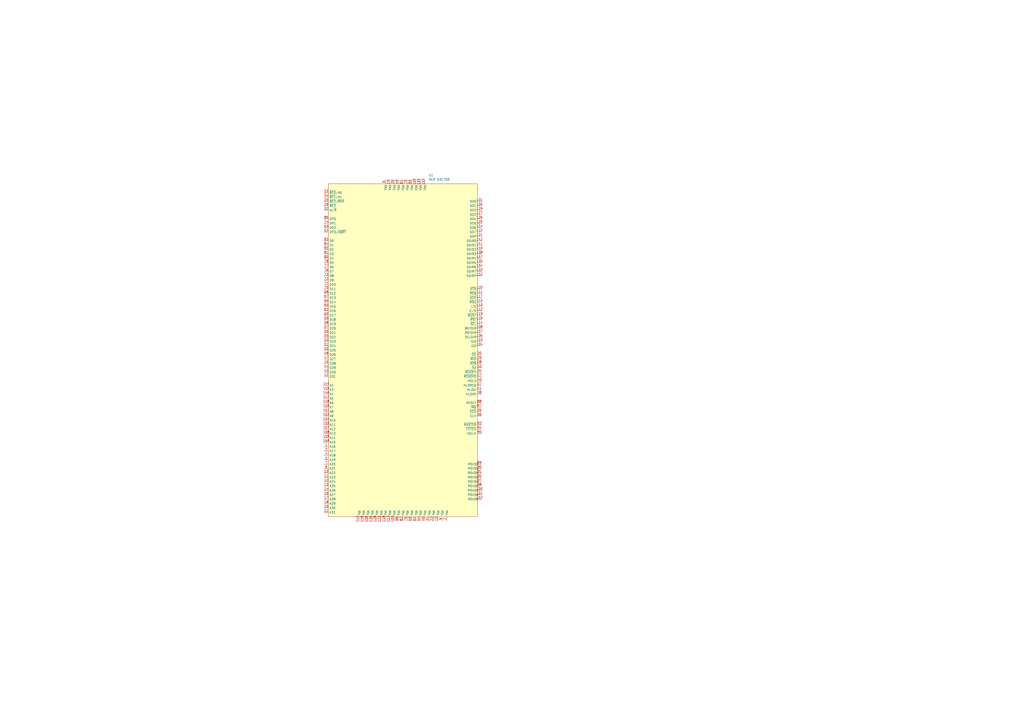
<source format=kicad_sch>
(kicad_sch (version 20230121) (generator eeschema)
  (paper "A2")
  (lib_symbols
    (symbol "scsi:NCR_53C700"
      (property "Reference" "U" (at 0 2.54 0))
      (property "Value" "NCR 53C700" (at 0 0 0))
      (symbol "NCR_53C700_1_0"
        (pin passive non_logic (at 45.72 -81.28 180) (length 2.54) (name "RSVD") (number "100"))
        (pin passive non_logic (at 45.72 -83.82 180) (length 2.54) (name "RSVD") (number "101"))
        (pin passive non_logic (at 45.72 -86.36 180) (length 2.54) (name "RSVD") (number "102"))
        (pin power_in line (at -5.08 -99.06 90) (length 2.54) (name "V_{SS}") (number "105"))
        (pin power_in line (at 7.62 99.06 270) (length 2.54) (name "V_{DD}") (number "109"))
        (pin power_in line (at -7.62 -99.06 90) (length 2.54) (name "V_{SS}") (number "113"))
        (pin power_in line (at -10.16 -99.06 90) (length 2.54) (name "V_{SS}") (number "118"))
        (pin power_in line (at -12.7 -99.06 90) (length 2.54) (name "V_{SS}") (number "123"))
        (pin power_in line (at -15.24 -99.06 90) (length 2.54) (name "V_{SS}") (number "128"))
        (pin power_in line (at -17.78 -99.06 90) (length 2.54) (name "V_{SS}") (number "136"))
        (pin power_in line (at 10.16 99.06 270) (length 2.54) (name "V_{DD}") (number "139"))
        (pin power_in line (at -25.4 -99.06 90) (length 2.54) (name "V_{SS}") (number "143"))
        (pin power_in line (at -22.86 -99.06 90) (length 2.54) (name "V_{SS}") (number "149"))
        (pin power_in line (at 20.32 -99.06 90) (length 2.54) (name "V_{SS}") (number "15"))
        (pin power_in line (at 12.7 99.06 270) (length 2.54) (name "V_{DD}") (number "153"))
        (pin power_in line (at -20.32 -99.06 90) (length 2.54) (name "V_{SS}") (number "156"))
        (pin power_in line (at -7.62 99.06 270) (length 2.54) (name "V_{DD}") (number "19"))
        (pin power_in line (at 25.4 -99.06 90) (length 2.54) (name "V_{SS}") (number "2"))
        (pin power_in line (at 17.78 -99.06 90) (length 2.54) (name "V_{SS}") (number "22"))
        (pin power_in line (at 15.24 -99.06 90) (length 2.54) (name "V_{SS}") (number "31"))
        (pin power_in line (at -5.08 99.06 270) (length 2.54) (name "V_{DD}") (number "39"))
        (pin power_in line (at 12.7 -99.06 90) (length 2.54) (name "V_{SS}") (number "46"))
        (pin power_in line (at -2.54 99.06 270) (length 2.54) (name "V_{DD}") (number "49"))
        (pin power_in line (at 10.16 -99.06 90) (length 2.54) (name "V_{SS}") (number "54"))
        (pin power_in line (at 7.62 -99.06 90) (length 2.54) (name "V_{SS}") (number "61"))
        (pin power_in line (at 0 99.06 270) (length 2.54) (name "V_{DD}") (number "64"))
        (pin power_in line (at 5.08 -99.06 90) (length 2.54) (name "V_{SS}") (number "69"))
        (pin power_in line (at 2.54 -99.06 90) (length 2.54) (name "V_{SS}") (number "75"))
        (pin power_in line (at 2.54 99.06 270) (length 2.54) (name "V_{DD}") (number "79"))
        (pin power_in line (at 0 -99.06 90) (length 2.54) (name "V_{SS}") (number "82"))
        (pin power_in line (at 22.86 -99.06 90) (length 2.54) (name "V_{SS}") (number "9"))
        (pin passive non_logic (at 45.72 -68.58 180) (length 2.54) (name "RSVD") (number "90"))
        (pin passive non_logic (at 45.72 -71.12 180) (length 2.54) (name "RSVD") (number "91"))
        (pin passive non_logic (at 45.72 -73.66 180) (length 2.54) (name "RSVD") (number "92"))
        (pin power_in line (at -2.54 -99.06 90) (length 2.54) (name "V_{SS}") (number "96"))
        (pin passive non_logic (at 45.72 -76.2 180) (length 2.54) (name "RSVD") (number "97"))
        (pin passive non_logic (at 45.72 -78.74 180) (length 2.54) (name "RSVD") (number "98"))
        (pin power_in line (at 5.08 99.06 270) (length 2.54) (name "V_{DD}") (number "99"))
      )
      (symbol "NCR_53C700_1_1"
        (rectangle (start -43.18 96.52) (end 43.18 -96.52) (fill (type background)))
        (pin tri_state line (at -45.72 -55.88 0) (length 2.54) (name "A16") (number "1"))
        (pin tri_state line (at -45.72 -71.12 0) (length 2.54) (name "A22") (number "10"))
        (pin output line (at 45.72 5.08 180) (length 2.54) (name "TGS") (number "103"))
        (pin output line (at 45.72 2.54 180) (length 2.54) (name "IGS") (number "104"))
        (pin output line (at 45.72 7.62 180) (length 2.54) (name "SELDIR") (number "106"))
        (pin output line (at 45.72 10.16 180) (length 2.54) (name "RSTDIR") (number "107"))
        (pin output line (at 45.72 12.7 180) (length 2.54) (name "BSYDIR") (number "108"))
        (pin tri_state line (at -45.72 -73.66 0) (length 2.54) (name "A23") (number "11"))
        (pin open_collector line (at 45.72 25.4 180) (length 2.54) (name "I/O") (number "110"))
        (pin open_collector line (at 45.72 33.02 180) (length 2.54) (name "~{REQ}") (number "111"))
        (pin open_collector line (at 45.72 22.86 180) (length 2.54) (name "C/D") (number "112"))
        (pin open_collector line (at 45.72 15.24 180) (length 2.54) (name "~{SEL}") (number "114"))
        (pin open_collector line (at 45.72 27.94 180) (length 2.54) (name "~{MSG}") (number "115"))
        (pin open_collector line (at 45.72 17.78 180) (length 2.54) (name "~{RST}") (number "116"))
        (pin open_collector line (at 45.72 30.48 180) (length 2.54) (name "~{ACK}") (number "117"))
        (pin open_collector line (at 45.72 20.32 180) (length 2.54) (name "~{BUSY}") (number "119"))
        (pin tri_state line (at -45.72 -76.2 0) (length 2.54) (name "A24") (number "12"))
        (pin open_collector line (at 45.72 35.56 180) (length 2.54) (name "~{ATN}") (number "120"))
        (pin open_collector line (at 45.72 66.04 180) (length 2.54) (name "SDP") (number "121"))
        (pin open_collector line (at 45.72 68.58 180) (length 2.54) (name "SD7") (number "122"))
        (pin open_collector line (at 45.72 71.12 180) (length 2.54) (name "SD6") (number "124"))
        (pin open_collector line (at 45.72 73.66 180) (length 2.54) (name "SD5") (number "125"))
        (pin open_collector line (at 45.72 76.2 180) (length 2.54) (name "SD4") (number "126"))
        (pin open_collector line (at 45.72 78.74 180) (length 2.54) (name "SD3") (number "127"))
        (pin open_collector line (at 45.72 81.28 180) (length 2.54) (name "SD2") (number "129"))
        (pin tri_state line (at -45.72 -78.74 0) (length 2.54) (name "A25") (number "13"))
        (pin open_collector line (at 45.72 83.82 180) (length 2.54) (name "SD1") (number "130"))
        (pin open_collector line (at 45.72 86.36 180) (length 2.54) (name "SD0") (number "131"))
        (pin output line (at 45.72 43.18 180) (length 2.54) (name "SDIRP") (number "132"))
        (pin output line (at 45.72 45.72 180) (length 2.54) (name "SDIR7") (number "133"))
        (pin output line (at 45.72 48.26 180) (length 2.54) (name "SDIR6") (number "134"))
        (pin output line (at 45.72 50.8 180) (length 2.54) (name "SDIR5") (number "135"))
        (pin output line (at 45.72 53.34 180) (length 2.54) (name "SDIR4") (number "137"))
        (pin output line (at 45.72 55.88 180) (length 2.54) (name "SDIR3") (number "138"))
        (pin tri_state line (at -45.72 -81.28 0) (length 2.54) (name "A26") (number "14"))
        (pin output line (at 45.72 58.42 180) (length 2.54) (name "SDIR2") (number "140"))
        (pin output line (at 45.72 60.96 180) (length 2.54) (name "SDIR1") (number "141"))
        (pin output line (at 45.72 63.5 180) (length 2.54) (name "SDIR0") (number "142"))
        (pin tri_state line (at -45.72 -20.32 0) (length 2.54) (name "A2") (number "144"))
        (pin tri_state line (at -45.72 -22.86 0) (length 2.54) (name "A3") (number "145"))
        (pin tri_state line (at -45.72 -25.4 0) (length 2.54) (name "A4") (number "146"))
        (pin tri_state line (at -45.72 -27.94 0) (length 2.54) (name "A5") (number "147"))
        (pin tri_state line (at -45.72 -30.48 0) (length 2.54) (name "A6") (number "148"))
        (pin tri_state line (at -45.72 -33.02 0) (length 2.54) (name "A7") (number "150"))
        (pin tri_state line (at -45.72 -35.56 0) (length 2.54) (name "A8") (number "151"))
        (pin tri_state line (at -45.72 -38.1 0) (length 2.54) (name "A9") (number "152"))
        (pin tri_state line (at -45.72 -40.64 0) (length 2.54) (name "A10") (number "154"))
        (pin tri_state line (at -45.72 -43.18 0) (length 2.54) (name "A11") (number "155"))
        (pin tri_state line (at -45.72 -45.72 0) (length 2.54) (name "A12") (number "157"))
        (pin tri_state line (at -45.72 -48.26 0) (length 2.54) (name "A13") (number "158"))
        (pin tri_state line (at -45.72 -50.8 0) (length 2.54) (name "A14") (number "159"))
        (pin tri_state line (at -45.72 -83.82 0) (length 2.54) (name "A27") (number "16"))
        (pin tri_state line (at -45.72 -53.34 0) (length 2.54) (name "A15") (number "160"))
        (pin tri_state line (at -45.72 -86.36 0) (length 2.54) (name "A28") (number "17"))
        (pin tri_state line (at -45.72 -88.9 0) (length 2.54) (name "A29") (number "18"))
        (pin tri_state line (at -45.72 -91.44 0) (length 2.54) (name "A30") (number "20"))
        (pin tri_state line (at -45.72 -93.98 0) (length 2.54) (name "A31") (number "21"))
        (pin bidirectional line (at -45.72 91.44 0) (length 2.54) (name "~{BE0}/A0") (number "23"))
        (pin bidirectional line (at -45.72 88.9 0) (length 2.54) (name "~{BE1}/A1") (number "24"))
        (pin bidirectional line (at -45.72 86.36 0) (length 2.54) (name "~{BE2}/~{BHE}") (number "25"))
        (pin bidirectional line (at -45.72 83.82 0) (length 2.54) (name "~{BE3}") (number "26"))
        (pin output line (at 45.72 -15.24 180) (length 2.54) (name "~{READYO}") (number "27"))
        (pin tri_state line (at 45.72 -7.62 180) (length 2.54) (name "~{ADS}") (number "28"))
        (pin output line (at 45.72 -5.08 180) (length 2.54) (name "~{MIO}") (number "29"))
        (pin tri_state line (at -45.72 -58.42 0) (length 2.54) (name "A17") (number "3"))
        (pin bidirectional line (at 45.72 -2.54 180) (length 2.54) (name "~{DC}") (number "30"))
        (pin bidirectional line (at -45.72 81.28 0) (length 2.54) (name "W/~{R}") (number "32"))
        (pin input line (at 45.72 -10.16 180) (length 2.54) (name "~{NA}") (number "33"))
        (pin input line (at 45.72 -12.7 180) (length 2.54) (name "~{READYI}") (number "34"))
        (pin input line (at 45.72 -35.56 180) (length 2.54) (name "~{HCS}") (number "35"))
        (pin input line (at 45.72 -38.1 180) (length 2.54) (name "CLK") (number "36"))
        (pin input line (at 45.72 -20.32 180) (length 2.54) (name "HLDREQ") (number "37"))
        (pin output line (at 45.72 -25.4 180) (length 2.54) (name "HLDAO") (number "38"))
        (pin tri_state line (at -45.72 -60.96 0) (length 2.54) (name "A18") (number "4"))
        (pin output line (at 45.72 -17.78 180) (length 2.54) (name "HOLD") (number "40"))
        (pin input line (at 45.72 -22.86 180) (length 2.54) (name "HLDAI") (number "41"))
        (pin tri_state line (at -45.72 -15.24 0) (length 2.54) (name "D31") (number "42"))
        (pin tri_state line (at -45.72 -12.7 0) (length 2.54) (name "D30") (number "43"))
        (pin tri_state line (at -45.72 -10.16 0) (length 2.54) (name "D29") (number "44"))
        (pin tri_state line (at -45.72 -7.62 0) (length 2.54) (name "D28") (number "45"))
        (pin tri_state line (at -45.72 -5.08 0) (length 2.54) (name "D27") (number "47"))
        (pin tri_state line (at -45.72 -2.54 0) (length 2.54) (name "D26") (number "48"))
        (pin tri_state line (at -45.72 -63.5 0) (length 2.54) (name "A19") (number "5"))
        (pin tri_state line (at -45.72 0 0) (length 2.54) (name "D25") (number "50"))
        (pin tri_state line (at -45.72 2.54 0) (length 2.54) (name "D24") (number "51"))
        (pin bidirectional line (at -45.72 68.58 0) (length 2.54) (name "DP3/~{ABRT}") (number "52"))
        (pin tri_state line (at -45.72 5.08 0) (length 2.54) (name "D23") (number "53"))
        (pin tri_state line (at -45.72 7.62 0) (length 2.54) (name "D22") (number "55"))
        (pin tri_state line (at -45.72 10.16 0) (length 2.54) (name "D21") (number "56"))
        (pin tri_state line (at -45.72 12.7 0) (length 2.54) (name "D20") (number "57"))
        (pin tri_state line (at -45.72 15.24 0) (length 2.54) (name "D19") (number "58"))
        (pin tri_state line (at -45.72 17.78 0) (length 2.54) (name "D18") (number "59"))
        (pin power_in line (at -10.16 99.06 270) (length 2.54) (name "V_{DD}") (number "6"))
        (pin tri_state line (at -45.72 20.32 0) (length 2.54) (name "D17") (number "60"))
        (pin tri_state line (at -45.72 22.86 0) (length 2.54) (name "D16") (number "62"))
        (pin bidirectional line (at -45.72 71.12 0) (length 2.54) (name "DP2") (number "63"))
        (pin tri_state line (at -45.72 25.4 0) (length 2.54) (name "D15") (number "65"))
        (pin tri_state line (at -45.72 27.94 0) (length 2.54) (name "D14") (number "66"))
        (pin tri_state line (at -45.72 30.48 0) (length 2.54) (name "D13") (number "67"))
        (pin tri_state line (at -45.72 33.02 0) (length 2.54) (name "D12") (number "68"))
        (pin tri_state line (at -45.72 -66.04 0) (length 2.54) (name "A20") (number "7"))
        (pin tri_state line (at -45.72 35.56 0) (length 2.54) (name "D11") (number "70"))
        (pin tri_state line (at -45.72 38.1 0) (length 2.54) (name "D10") (number "71"))
        (pin tri_state line (at -45.72 40.64 0) (length 2.54) (name "D9") (number "72"))
        (pin tri_state line (at -45.72 43.18 0) (length 2.54) (name "D8") (number "73"))
        (pin bidirectional line (at -45.72 73.66 0) (length 2.54) (name "DP1") (number "74"))
        (pin tri_state line (at -45.72 45.72 0) (length 2.54) (name "D7") (number "76"))
        (pin tri_state line (at -45.72 48.26 0) (length 2.54) (name "D6") (number "77"))
        (pin tri_state line (at -45.72 50.8 0) (length 2.54) (name "D5") (number "78"))
        (pin tri_state line (at -45.72 -68.58 0) (length 2.54) (name "A21") (number "8"))
        (pin tri_state line (at -45.72 53.34 0) (length 2.54) (name "D4") (number "80"))
        (pin tri_state line (at -45.72 55.88 0) (length 2.54) (name "D3") (number "81"))
        (pin tri_state line (at -45.72 58.42 0) (length 2.54) (name "D2") (number "83"))
        (pin tri_state line (at -45.72 60.96 0) (length 2.54) (name "D1") (number "84"))
        (pin tri_state line (at -45.72 63.5 0) (length 2.54) (name "D0") (number "85"))
        (pin bidirectional line (at -45.72 76.2 0) (length 2.54) (name "DP0") (number "86"))
        (pin output line (at 45.72 -33.02 180) (length 2.54) (name "~{IRQ}") (number "87"))
        (pin input line (at 45.72 -30.48 180) (length 2.54) (name "RESET") (number "88"))
        (pin passive non_logic (at 45.72 -66.04 180) (length 2.54) (name "RSVD") (number "89"))
        (pin output line (at 45.72 -43.18 180) (length 2.54) (name "~{MASTER}") (number "93"))
        (pin output line (at 45.72 -45.72 180) (length 2.54) (name "~{FETCH}") (number "94"))
        (pin input line (at 45.72 -48.26 180) (length 2.54) (name "~SCLK") (number "95"))
      )
    )
  )
  (symbol (lib_id "scsi:NCR_53C700") (at 233.68 203.2 0) (unit 1)
    (property "Reference" "U1" (at 248.5741 101.6 0) (effects (justify left)))
    (property "Value" "NCR 53C700" (at 248.5741 104.14 0) (effects (justify left)))
    (property "Datasheet" "www.bitsavers.org/components/ncr_symbios/scsi/53C700/53C700_SCSI_IO_Processor_Data_Manual_Nov1992.pdf" (effects hide))
  )
)
</source>
